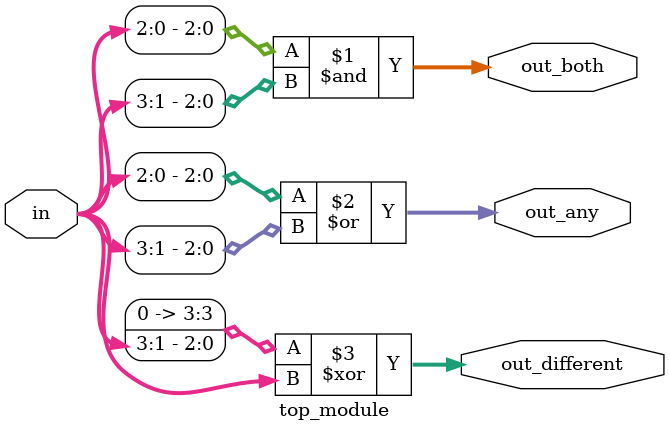
<source format=sv>
module top_module (
	input [3:0] in,
	output [2:0] out_both,
	output [3:1] out_any,
	output [3:0] out_different
);

	assign out_both = in[2:0] & in[3:1];
	assign out_any = in[2:0] | in[3:1];
	
	assign out_different = {in[3], in[2:1]} ^ in;
	
endmodule

</source>
